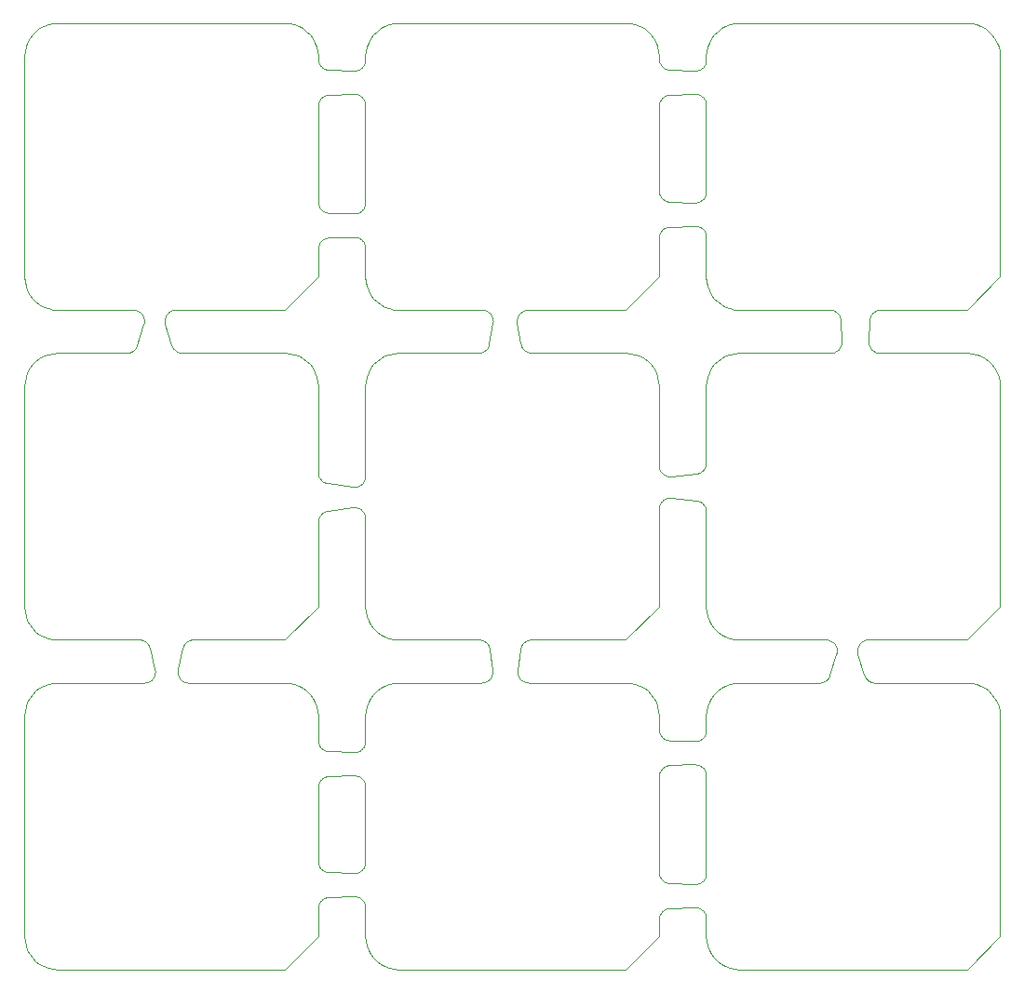
<source format=gko>
%MOIN*%
%OFA0B0*%
%FSLAX44Y44*%
%IPPOS*%
%LPD*%
%ADD10C,0*%
D10*
X00023972Y00015078D02*
X00023972Y00015078D01*
X00025153Y00016259D01*
X00025153Y00019764D01*
X00025154Y00019797D01*
X00025158Y00019830D01*
X00025165Y00019862D01*
X00025174Y00019894D01*
X00025187Y00019924D01*
X00025201Y00019954D01*
X00025218Y00019982D01*
X00025238Y00020009D01*
X00025259Y00020033D01*
X00025283Y00020057D01*
X00025308Y00020078D01*
X00025335Y00020096D01*
X00025363Y00020113D01*
X00025393Y00020127D01*
X00025424Y00020139D01*
X00025456Y00020147D01*
X00025488Y00020154D01*
X00025521Y00020157D01*
X00025554Y00020158D01*
X00025587Y00020156D01*
X00026488Y00020063D01*
X00026516Y00020059D01*
X00026545Y00020053D01*
X00026572Y00020045D01*
X00026599Y00020035D01*
X00026626Y00020023D01*
X00026651Y00020008D01*
X00026675Y00019993D01*
X00026698Y00019975D01*
X00026720Y00019956D01*
X00026740Y00019935D01*
X00026758Y00019913D01*
X00026775Y00019890D01*
X00026790Y00019865D01*
X00026804Y00019839D01*
X00026815Y00019813D01*
X00026824Y00019785D01*
X00026832Y00019757D01*
X00026837Y00019729D01*
X00026840Y00019700D01*
X00026841Y00019671D01*
X00026841Y00016259D01*
X00026853Y00016091D01*
X00026889Y00015926D01*
X00026948Y00015768D01*
X00027029Y00015620D01*
X00027130Y00015485D01*
X00027249Y00015366D01*
X00027384Y00015265D01*
X00027532Y00015185D01*
X00027690Y00015126D01*
X00027854Y00015090D01*
X00028022Y00015078D01*
X00031130Y00015078D01*
X00031167Y00015076D01*
X00031204Y00015071D01*
X00031240Y00015062D01*
X00031275Y00015051D01*
X00031308Y00015035D01*
X00031340Y00015017D01*
X00031370Y00014996D01*
X00031399Y00014972D01*
X00031424Y00014946D01*
X00031448Y00014917D01*
X00031468Y00014887D01*
X00031486Y00014854D01*
X00031500Y00014820D01*
X00031511Y00014785D01*
X00031519Y00014749D01*
X00031523Y00014713D01*
X00031524Y00014676D01*
X00031522Y00014639D01*
X00031516Y00014603D01*
X00031506Y00014567D01*
X00031271Y00013812D01*
X00031263Y00013788D01*
X00031253Y00013765D01*
X00031242Y00013743D01*
X00031229Y00013721D01*
X00031215Y00013700D01*
X00031200Y00013681D01*
X00031184Y00013662D01*
X00031166Y00013644D01*
X00031148Y00013627D01*
X00031128Y00013612D01*
X00031108Y00013598D01*
X00031086Y00013585D01*
X00031064Y00013573D01*
X00031041Y00013563D01*
X00031018Y00013555D01*
X00030994Y00013548D01*
X00030969Y00013542D01*
X00030945Y00013538D01*
X00030920Y00013536D01*
X00030895Y00013535D01*
X00028022Y00013535D01*
X00027854Y00013523D01*
X00027690Y00013487D01*
X00027532Y00013429D01*
X00027384Y00013348D01*
X00027249Y00013247D01*
X00027130Y00013128D01*
X00027029Y00012993D01*
X00026948Y00012845D01*
X00026889Y00012687D01*
X00026853Y00012522D01*
X00026841Y00012354D01*
X00026841Y00011835D01*
X00026840Y00011804D01*
X00026836Y00011773D01*
X00026830Y00011742D01*
X00026821Y00011711D01*
X00026810Y00011682D01*
X00026797Y00011653D01*
X00026781Y00011626D01*
X00026763Y00011600D01*
X00026743Y00011576D01*
X00026722Y00011553D01*
X00026698Y00011532D01*
X00026673Y00011513D01*
X00026647Y00011496D01*
X00026619Y00011481D01*
X00026590Y00011468D01*
X00026560Y00011458D01*
X00026530Y00011450D01*
X00026499Y00011445D01*
X00026467Y00011442D01*
X00026436Y00011442D01*
X00025535Y00011469D01*
X00025504Y00011471D01*
X00025474Y00011475D01*
X00025445Y00011482D01*
X00025416Y00011491D01*
X00025388Y00011502D01*
X00025360Y00011515D01*
X00025334Y00011531D01*
X00025309Y00011548D01*
X00025286Y00011567D01*
X00025264Y00011588D01*
X00025244Y00011611D01*
X00025225Y00011635D01*
X00025209Y00011660D01*
X00025194Y00011687D01*
X00025182Y00011714D01*
X00025171Y00011743D01*
X00025163Y00011772D01*
X00025157Y00011802D01*
X00025154Y00011832D01*
X00025153Y00011862D01*
X00025153Y00012354D01*
X00025141Y00012522D01*
X00025105Y00012687D01*
X00025046Y00012845D01*
X00024965Y00012993D01*
X00024864Y00013128D01*
X00024745Y00013247D01*
X00024610Y00013348D01*
X00024462Y00013429D01*
X00024304Y00013487D01*
X00024140Y00013523D01*
X00023972Y00013535D01*
X00020481Y00013535D01*
X00020448Y00013537D01*
X00020414Y00013541D01*
X00020382Y00013548D01*
X00020350Y00013558D01*
X00020319Y00013570D01*
X00020289Y00013586D01*
X00020260Y00013603D01*
X00020233Y00013623D01*
X00020208Y00013645D01*
X00020185Y00013669D01*
X00020164Y00013696D01*
X00020145Y00013723D01*
X00020129Y00013753D01*
X00020115Y00013783D01*
X00020104Y00013815D01*
X00020096Y00013847D01*
X00020090Y00013880D01*
X00020088Y00013914D01*
X00020088Y00013947D01*
X00020091Y00013980D01*
X00020190Y00014735D01*
X00020195Y00014763D01*
X00020201Y00014791D01*
X00020210Y00014818D01*
X00020221Y00014844D01*
X00020233Y00014870D01*
X00020247Y00014894D01*
X00020263Y00014918D01*
X00020281Y00014940D01*
X00020300Y00014961D01*
X00020321Y00014980D01*
X00020343Y00014998D01*
X00020366Y00015014D01*
X00020390Y00015029D01*
X00020416Y00015042D01*
X00020442Y00015053D01*
X00020469Y00015062D01*
X00020496Y00015069D01*
X00020524Y00015074D01*
X00020552Y00015077D01*
X00020580Y00015078D01*
X00023972Y00015078D01*
X00011767Y00015078D02*
X00011767Y00015078D01*
X00012948Y00016259D01*
X00012948Y00019298D01*
X00012949Y00019326D01*
X00012952Y00019354D01*
X00012957Y00019382D01*
X00012964Y00019409D01*
X00012973Y00019436D01*
X00012984Y00019462D01*
X00012997Y00019487D01*
X00013011Y00019512D01*
X00013027Y00019535D01*
X00013045Y00019557D01*
X00013064Y00019577D01*
X00013085Y00019597D01*
X00013107Y00019614D01*
X00013131Y00019630D01*
X00013155Y00019644D01*
X00013180Y00019657D01*
X00013207Y00019668D01*
X00013233Y00019676D01*
X00013261Y00019683D01*
X00013289Y00019688D01*
X00014190Y00019810D01*
X00014223Y00019813D01*
X00014257Y00019814D01*
X00014290Y00019811D01*
X00014323Y00019806D01*
X00014356Y00019797D01*
X00014388Y00019786D01*
X00014418Y00019773D01*
X00014448Y00019756D01*
X00014476Y00019738D01*
X00014502Y00019717D01*
X00014526Y00019694D01*
X00014548Y00019668D01*
X00014568Y00019642D01*
X00014586Y00019613D01*
X00014601Y00019583D01*
X00014614Y00019552D01*
X00014624Y00019520D01*
X00014631Y00019487D01*
X00014635Y00019454D01*
X00014637Y00019420D01*
X00014637Y00016259D01*
X00014649Y00016091D01*
X00014684Y00015926D01*
X00014743Y00015768D01*
X00014824Y00015620D01*
X00014925Y00015485D01*
X00015044Y00015366D01*
X00015179Y00015265D01*
X00015327Y00015185D01*
X00015485Y00015126D01*
X00015650Y00015090D01*
X00015818Y00015078D01*
X00018699Y00015078D01*
X00018727Y00015077D01*
X00018755Y00015074D01*
X00018783Y00015069D01*
X00018810Y00015062D01*
X00018837Y00015053D01*
X00018863Y00015042D01*
X00018889Y00015029D01*
X00018913Y00015014D01*
X00018936Y00014998D01*
X00018958Y00014980D01*
X00018979Y00014961D01*
X00018998Y00014940D01*
X00019016Y00014918D01*
X00019032Y00014894D01*
X00019046Y00014870D01*
X00019058Y00014844D01*
X00019069Y00014818D01*
X00019077Y00014791D01*
X00019084Y00014763D01*
X00019089Y00014735D01*
X00019188Y00013980D01*
X00019191Y00013947D01*
X00019191Y00013914D01*
X00019188Y00013880D01*
X00019183Y00013847D01*
X00019175Y00013815D01*
X00019163Y00013783D01*
X00019150Y00013753D01*
X00019133Y00013723D01*
X00019115Y00013696D01*
X00019094Y00013669D01*
X00019071Y00013645D01*
X00019046Y00013623D01*
X00019019Y00013603D01*
X00018990Y00013586D01*
X00018960Y00013570D01*
X00018929Y00013558D01*
X00018897Y00013548D01*
X00018864Y00013541D01*
X00018831Y00013537D01*
X00018798Y00013535D01*
X00015818Y00013535D01*
X00015650Y00013523D01*
X00015485Y00013487D01*
X00015327Y00013429D01*
X00015179Y00013348D01*
X00015044Y00013247D01*
X00014925Y00013128D01*
X00014824Y00012993D01*
X00014743Y00012845D01*
X00014684Y00012687D01*
X00014649Y00012522D01*
X00014637Y00012354D01*
X00014637Y00011442D01*
X00014635Y00011410D01*
X00014631Y00011379D01*
X00014625Y00011348D01*
X00014617Y00011318D01*
X00014605Y00011288D01*
X00014592Y00011260D01*
X00014576Y00011232D01*
X00014559Y00011206D01*
X00014539Y00011182D01*
X00014517Y00011159D01*
X00014494Y00011138D01*
X00014468Y00011119D01*
X00014442Y00011102D01*
X00014414Y00011087D01*
X00014385Y00011075D01*
X00014355Y00011064D01*
X00014325Y00011057D01*
X00014294Y00011051D01*
X00014263Y00011048D01*
X00014231Y00011048D01*
X00013330Y00011075D01*
X00013300Y00011077D01*
X00013270Y00011082D01*
X00013240Y00011088D01*
X00013211Y00011097D01*
X00013183Y00011108D01*
X00013156Y00011122D01*
X00013129Y00011137D01*
X00013105Y00011154D01*
X00013081Y00011174D01*
X00013059Y00011194D01*
X00013039Y00011217D01*
X00013020Y00011241D01*
X00013004Y00011266D01*
X00012989Y00011293D01*
X00012977Y00011321D01*
X00012966Y00011349D01*
X00012958Y00011378D01*
X00012953Y00011408D01*
X00012949Y00011438D01*
X00012948Y00011469D01*
X00012948Y00012354D01*
X00012936Y00012522D01*
X00012900Y00012687D01*
X00012841Y00012845D01*
X00012760Y00012993D01*
X00012659Y00013128D01*
X00012540Y00013247D01*
X00012405Y00013348D01*
X00012257Y00013429D01*
X00012100Y00013487D01*
X00011935Y00013523D01*
X00011767Y00013535D01*
X00008305Y00013535D01*
X00008270Y00013537D01*
X00008234Y00013542D01*
X00008200Y00013550D01*
X00008166Y00013561D01*
X00008134Y00013575D01*
X00008102Y00013592D01*
X00008073Y00013611D01*
X00008045Y00013633D01*
X00008020Y00013658D01*
X00007996Y00013685D01*
X00007976Y00013714D01*
X00007957Y00013744D01*
X00007942Y00013776D01*
X00007930Y00013809D01*
X00007921Y00013844D01*
X00007915Y00013879D01*
X00007912Y00013914D01*
X00007912Y00013950D01*
X00007915Y00013985D01*
X00007922Y00014020D01*
X00008101Y00014775D01*
X00008108Y00014800D01*
X00008116Y00014825D01*
X00008126Y00014849D01*
X00008138Y00014873D01*
X00008152Y00014896D01*
X00008167Y00014917D01*
X00008183Y00014938D01*
X00008201Y00014958D01*
X00008219Y00014976D01*
X00008240Y00014993D01*
X00008261Y00015009D01*
X00008283Y00015023D01*
X00008306Y00015035D01*
X00008330Y00015047D01*
X00008355Y00015056D01*
X00008380Y00015064D01*
X00008405Y00015070D01*
X00008431Y00015074D01*
X00008457Y00015077D01*
X00008484Y00015078D01*
X00011767Y00015078D01*
X00023972Y00026889D02*
X00023972Y00026889D01*
X00025153Y00028070D01*
X00025153Y00029475D01*
X00025154Y00029506D01*
X00025157Y00029536D01*
X00025163Y00029565D01*
X00025171Y00029595D01*
X00025182Y00029623D01*
X00025194Y00029651D01*
X00025209Y00029677D01*
X00025225Y00029703D01*
X00025244Y00029727D01*
X00025264Y00029749D01*
X00025286Y00029770D01*
X00025309Y00029790D01*
X00025334Y00029807D01*
X00025360Y00029822D01*
X00025388Y00029836D01*
X00025416Y00029847D01*
X00025445Y00029856D01*
X00025474Y00029862D01*
X00025504Y00029867D01*
X00025535Y00029869D01*
X00026436Y00029896D01*
X00026467Y00029895D01*
X00026499Y00029893D01*
X00026530Y00029887D01*
X00026560Y00029879D01*
X00026590Y00029869D01*
X00026619Y00029857D01*
X00026647Y00029842D01*
X00026673Y00029825D01*
X00026698Y00029806D01*
X00026722Y00029785D01*
X00026743Y00029762D01*
X00026763Y00029737D01*
X00026781Y00029711D01*
X00026797Y00029684D01*
X00026810Y00029656D01*
X00026821Y00029626D01*
X00026830Y00029596D01*
X00026836Y00029565D01*
X00026840Y00029534D01*
X00026841Y00029502D01*
X00026841Y00028070D01*
X00026853Y00027902D01*
X00026889Y00027737D01*
X00026948Y00027579D01*
X00027029Y00027431D01*
X00027130Y00027297D01*
X00027249Y00027177D01*
X00027384Y00027076D01*
X00027532Y00026996D01*
X00027690Y00026937D01*
X00027854Y00026901D01*
X00028022Y00026889D01*
X00031267Y00026889D01*
X00031298Y00026888D01*
X00031328Y00026884D01*
X00031357Y00026878D01*
X00031387Y00026870D01*
X00031415Y00026860D01*
X00031443Y00026848D01*
X00031469Y00026833D01*
X00031494Y00026817D01*
X00031518Y00026798D01*
X00031541Y00026778D01*
X00031562Y00026756D01*
X00031581Y00026733D01*
X00031598Y00026708D01*
X00031614Y00026682D01*
X00031627Y00026655D01*
X00031638Y00026627D01*
X00031647Y00026598D01*
X00031654Y00026569D01*
X00031659Y00026539D01*
X00031661Y00026508D01*
X00031686Y00025753D01*
X00031686Y00025722D01*
X00031683Y00025690D01*
X00031678Y00025659D01*
X00031670Y00025629D01*
X00031660Y00025599D01*
X00031648Y00025570D01*
X00031633Y00025542D01*
X00031616Y00025515D01*
X00031597Y00025490D01*
X00031576Y00025466D01*
X00031553Y00025445D01*
X00031529Y00025425D01*
X00031503Y00025407D01*
X00031475Y00025391D01*
X00031447Y00025378D01*
X00031417Y00025366D01*
X00031387Y00025358D01*
X00031356Y00025351D01*
X00031324Y00025348D01*
X00031293Y00025346D01*
X00028022Y00025346D01*
X00027854Y00025334D01*
X00027690Y00025299D01*
X00027532Y00025240D01*
X00027384Y00025159D01*
X00027249Y00025058D01*
X00027130Y00024939D01*
X00027029Y00024804D01*
X00026948Y00024656D01*
X00026889Y00024498D01*
X00026853Y00024333D01*
X00026841Y00024165D01*
X00026841Y00021411D01*
X00026840Y00021382D01*
X00026837Y00021353D01*
X00026832Y00021325D01*
X00026824Y00021297D01*
X00026815Y00021270D01*
X00026804Y00021243D01*
X00026790Y00021218D01*
X00026775Y00021193D01*
X00026758Y00021169D01*
X00026740Y00021147D01*
X00026720Y00021127D01*
X00026698Y00021107D01*
X00026675Y00021090D01*
X00026651Y00021074D01*
X00026626Y00021060D01*
X00026599Y00021048D01*
X00026572Y00021038D01*
X00026545Y00021030D01*
X00026516Y00021023D01*
X00026488Y00021019D01*
X00025587Y00020927D01*
X00025554Y00020925D01*
X00025521Y00020925D01*
X00025488Y00020929D01*
X00025456Y00020935D01*
X00025424Y00020944D01*
X00025393Y00020956D01*
X00025363Y00020970D01*
X00025335Y00020986D01*
X00025308Y00021005D01*
X00025283Y00021026D01*
X00025259Y00021049D01*
X00025238Y00021074D01*
X00025218Y00021101D01*
X00025201Y00021129D01*
X00025187Y00021158D01*
X00025174Y00021189D01*
X00025165Y00021220D01*
X00025158Y00021253D01*
X00025154Y00021285D01*
X00025153Y00021318D01*
X00025153Y00024165D01*
X00025141Y00024333D01*
X00025105Y00024498D01*
X00025046Y00024656D01*
X00024965Y00024804D01*
X00024864Y00024939D01*
X00024745Y00025058D01*
X00024610Y00025159D01*
X00024462Y00025240D01*
X00024304Y00025299D01*
X00024140Y00025334D01*
X00023972Y00025346D01*
X00020594Y00025346D01*
X00020566Y00025347D01*
X00020539Y00025350D01*
X00020512Y00025355D01*
X00020485Y00025362D01*
X00020459Y00025370D01*
X00020433Y00025381D01*
X00020409Y00025393D01*
X00020385Y00025406D01*
X00020362Y00025422D01*
X00020340Y00025439D01*
X00020320Y00025457D01*
X00020301Y00025477D01*
X00020283Y00025498D01*
X00020267Y00025521D01*
X00020252Y00025544D01*
X00020240Y00025568D01*
X00020228Y00025593D01*
X00020219Y00025619D01*
X00020212Y00025646D01*
X00020206Y00025673D01*
X00020075Y00026428D01*
X00020071Y00026462D01*
X00020069Y00026496D01*
X00020071Y00026530D01*
X00020075Y00026564D01*
X00020083Y00026598D01*
X00020093Y00026631D01*
X00020106Y00026662D01*
X00020122Y00026693D01*
X00020141Y00026722D01*
X00020162Y00026749D01*
X00020185Y00026774D01*
X00020210Y00026797D01*
X00020237Y00026818D01*
X00020266Y00026836D01*
X00020297Y00026852D01*
X00020329Y00026865D01*
X00020361Y00026876D01*
X00020395Y00026883D01*
X00020429Y00026887D01*
X00020463Y00026889D01*
X00023972Y00026889D01*
X00025153Y00010184D02*
X00025153Y00010184D01*
X00025154Y00010214D01*
X00025157Y00010244D01*
X00025163Y00010274D01*
X00025171Y00010303D01*
X00025182Y00010332D01*
X00025194Y00010359D01*
X00025209Y00010386D01*
X00025225Y00010411D01*
X00025244Y00010436D01*
X00025264Y00010458D01*
X00025286Y00010479D01*
X00025309Y00010498D01*
X00025334Y00010516D01*
X00025360Y00010531D01*
X00025388Y00010544D01*
X00025416Y00010555D01*
X00025445Y00010564D01*
X00025474Y00010571D01*
X00025504Y00010575D01*
X00025535Y00010577D01*
X00026436Y00010604D01*
X00026467Y00010604D01*
X00026499Y00010601D01*
X00026530Y00010596D01*
X00026560Y00010588D01*
X00026590Y00010578D01*
X00026619Y00010565D01*
X00026647Y00010551D01*
X00026673Y00010533D01*
X00026698Y00010514D01*
X00026722Y00010493D01*
X00026743Y00010471D01*
X00026763Y00010446D01*
X00026781Y00010420D01*
X00026797Y00010393D01*
X00026810Y00010364D01*
X00026821Y00010335D01*
X00026830Y00010305D01*
X00026836Y00010274D01*
X00026840Y00010242D01*
X00026841Y00010211D01*
X00026841Y00006717D01*
X00026840Y00006686D01*
X00026836Y00006655D01*
X00026830Y00006624D01*
X00026821Y00006593D01*
X00026810Y00006564D01*
X00026797Y00006535D01*
X00026781Y00006508D01*
X00026763Y00006482D01*
X00026743Y00006458D01*
X00026722Y00006435D01*
X00026698Y00006414D01*
X00026673Y00006395D01*
X00026647Y00006378D01*
X00026619Y00006363D01*
X00026590Y00006350D01*
X00026560Y00006340D01*
X00026530Y00006332D01*
X00026499Y00006327D01*
X00026467Y00006324D01*
X00026436Y00006324D01*
X00025535Y00006351D01*
X00025504Y00006353D01*
X00025474Y00006357D01*
X00025445Y00006364D01*
X00025416Y00006373D01*
X00025388Y00006384D01*
X00025360Y00006397D01*
X00025334Y00006413D01*
X00025309Y00006430D01*
X00025286Y00006449D01*
X00025264Y00006470D01*
X00025244Y00006493D01*
X00025225Y00006517D01*
X00025209Y00006542D01*
X00025194Y00006569D01*
X00025182Y00006596D01*
X00025171Y00006625D01*
X00025163Y00006654D01*
X00025157Y00006684D01*
X00025154Y00006714D01*
X00025153Y00006744D01*
X00025153Y00010184D01*
X00012948Y00005460D02*
X00012948Y00005460D01*
X00012949Y00005490D01*
X00012953Y00005520D01*
X00012958Y00005550D01*
X00012966Y00005579D01*
X00012977Y00005607D01*
X00012989Y00005635D01*
X00013004Y00005662D01*
X00013020Y00005687D01*
X00013039Y00005711D01*
X00013059Y00005734D01*
X00013081Y00005755D01*
X00013105Y00005774D01*
X00013129Y00005791D01*
X00013156Y00005806D01*
X00013183Y00005820D01*
X00013211Y00005831D01*
X00013240Y00005840D01*
X00013270Y00005847D01*
X00013300Y00005851D01*
X00013330Y00005853D01*
X00014231Y00005880D01*
X00014263Y00005880D01*
X00014294Y00005877D01*
X00014325Y00005872D01*
X00014355Y00005864D01*
X00014385Y00005853D01*
X00014414Y00005841D01*
X00014442Y00005826D01*
X00014468Y00005809D01*
X00014494Y00005790D01*
X00014517Y00005769D01*
X00014539Y00005746D01*
X00014559Y00005722D01*
X00014576Y00005696D01*
X00014592Y00005668D01*
X00014605Y00005640D01*
X00014617Y00005610D01*
X00014625Y00005580D01*
X00014631Y00005549D01*
X00014635Y00005518D01*
X00014637Y00005486D01*
X00014637Y00004448D01*
X00014649Y00004280D01*
X00014684Y00004115D01*
X00014743Y00003957D01*
X00014824Y00003809D01*
X00014925Y00003674D01*
X00015044Y00003555D01*
X00015179Y00003454D01*
X00015327Y00003374D01*
X00015485Y00003315D01*
X00015650Y00003279D01*
X00015818Y00003267D01*
X00023972Y00003267D01*
X00025153Y00004448D01*
X00025153Y00005066D01*
X00025154Y00005096D01*
X00025157Y00005126D01*
X00025163Y00005156D01*
X00025171Y00005185D01*
X00025182Y00005214D01*
X00025194Y00005241D01*
X00025209Y00005268D01*
X00025225Y00005293D01*
X00025244Y00005317D01*
X00025264Y00005340D01*
X00025286Y00005361D01*
X00025309Y00005380D01*
X00025334Y00005397D01*
X00025360Y00005413D01*
X00025388Y00005426D01*
X00025416Y00005437D01*
X00025445Y00005446D01*
X00025474Y00005453D01*
X00025504Y00005457D01*
X00025535Y00005459D01*
X00026436Y00005486D01*
X00026467Y00005486D01*
X00026499Y00005483D01*
X00026530Y00005478D01*
X00026560Y00005470D01*
X00026590Y00005460D01*
X00026619Y00005447D01*
X00026647Y00005432D01*
X00026673Y00005415D01*
X00026698Y00005396D01*
X00026722Y00005375D01*
X00026743Y00005352D01*
X00026763Y00005328D01*
X00026781Y00005302D01*
X00026797Y00005275D01*
X00026810Y00005246D01*
X00026821Y00005217D01*
X00026830Y00005186D01*
X00026836Y00005156D01*
X00026840Y00005124D01*
X00026841Y00005093D01*
X00026841Y00004448D01*
X00026853Y00004280D01*
X00026889Y00004115D01*
X00026948Y00003957D01*
X00027029Y00003809D01*
X00027130Y00003674D01*
X00027249Y00003555D01*
X00027384Y00003454D01*
X00027532Y00003374D01*
X00027690Y00003315D01*
X00027854Y00003279D01*
X00028022Y00003267D01*
X00036176Y00003267D01*
X00037357Y00004448D01*
X00037357Y00012354D01*
X00037345Y00012522D01*
X00037310Y00012687D01*
X00037251Y00012845D01*
X00037170Y00012993D01*
X00037069Y00013128D01*
X00036950Y00013247D01*
X00036815Y00013348D01*
X00036667Y00013429D01*
X00036509Y00013487D01*
X00036344Y00013523D01*
X00036176Y00013535D01*
X00032884Y00013535D01*
X00032859Y00013536D01*
X00032834Y00013538D01*
X00032809Y00013542D01*
X00032785Y00013548D01*
X00032761Y00013555D01*
X00032737Y00013563D01*
X00032715Y00013573D01*
X00032692Y00013585D01*
X00032671Y00013598D01*
X00032650Y00013612D01*
X00032631Y00013627D01*
X00032612Y00013644D01*
X00032595Y00013662D01*
X00032578Y00013681D01*
X00032563Y00013700D01*
X00032549Y00013721D01*
X00032537Y00013743D01*
X00032526Y00013765D01*
X00032516Y00013788D01*
X00032508Y00013812D01*
X00032272Y00014567D01*
X00032263Y00014603D01*
X00032257Y00014639D01*
X00032254Y00014676D01*
X00032255Y00014713D01*
X00032260Y00014749D01*
X00032268Y00014785D01*
X00032279Y00014820D01*
X00032293Y00014854D01*
X00032310Y00014887D01*
X00032331Y00014917D01*
X00032354Y00014946D01*
X00032380Y00014972D01*
X00032408Y00014996D01*
X00032438Y00015017D01*
X00032470Y00015035D01*
X00032504Y00015051D01*
X00032539Y00015062D01*
X00032575Y00015071D01*
X00032611Y00015076D01*
X00032648Y00015078D01*
X00036176Y00015078D01*
X00037357Y00016259D01*
X00037357Y00024165D01*
X00037345Y00024333D01*
X00037310Y00024498D01*
X00037251Y00024656D01*
X00037170Y00024804D01*
X00037069Y00024939D01*
X00036950Y00025058D01*
X00036815Y00025159D01*
X00036667Y00025240D01*
X00036509Y00025299D01*
X00036344Y00025334D01*
X00036176Y00025346D01*
X00033056Y00025346D01*
X00033024Y00025348D01*
X00032993Y00025351D01*
X00032962Y00025358D01*
X00032932Y00025366D01*
X00032902Y00025378D01*
X00032874Y00025391D01*
X00032846Y00025407D01*
X00032820Y00025425D01*
X00032796Y00025445D01*
X00032773Y00025466D01*
X00032752Y00025490D01*
X00032733Y00025515D01*
X00032716Y00025542D01*
X00032701Y00025570D01*
X00032689Y00025599D01*
X00032678Y00025629D01*
X00032671Y00025659D01*
X00032665Y00025690D01*
X00032663Y00025722D01*
X00032663Y00025753D01*
X00032688Y00026508D01*
X00032690Y00026539D01*
X00032695Y00026569D01*
X00032701Y00026598D01*
X00032710Y00026627D01*
X00032722Y00026655D01*
X00032735Y00026682D01*
X00032750Y00026708D01*
X00032768Y00026733D01*
X00032787Y00026756D01*
X00032808Y00026778D01*
X00032830Y00026798D01*
X00032854Y00026817D01*
X00032880Y00026833D01*
X00032906Y00026848D01*
X00032934Y00026860D01*
X00032962Y00026870D01*
X00032991Y00026878D01*
X00033021Y00026884D01*
X00033051Y00026888D01*
X00033081Y00026889D01*
X00036176Y00026889D01*
X00037357Y00028070D01*
X00037357Y00035976D01*
X00037345Y00036144D01*
X00037310Y00036309D01*
X00037251Y00036467D01*
X00037170Y00036615D01*
X00037069Y00036750D01*
X00036950Y00036869D01*
X00036815Y00036970D01*
X00036667Y00037051D01*
X00036509Y00037110D01*
X00036344Y00037145D01*
X00036176Y00037157D01*
X00028022Y00037157D01*
X00027854Y00037145D01*
X00027690Y00037110D01*
X00027532Y00037051D01*
X00027384Y00036970D01*
X00027249Y00036869D01*
X00027130Y00036750D01*
X00027029Y00036615D01*
X00026948Y00036467D01*
X00026889Y00036309D01*
X00026853Y00036144D01*
X00026841Y00035976D01*
X00026841Y00035851D01*
X00026840Y00035820D01*
X00026836Y00035788D01*
X00026830Y00035757D01*
X00026821Y00035727D01*
X00026810Y00035698D01*
X00026797Y00035669D01*
X00026781Y00035642D01*
X00026763Y00035616D01*
X00026743Y00035591D01*
X00026722Y00035569D01*
X00026698Y00035548D01*
X00026673Y00035528D01*
X00026647Y00035511D01*
X00026619Y00035497D01*
X00026590Y00035484D01*
X00026560Y00035474D01*
X00026530Y00035466D01*
X00026499Y00035461D01*
X00026467Y00035458D01*
X00026436Y00035458D01*
X00025535Y00035485D01*
X00025504Y00035487D01*
X00025474Y00035491D01*
X00025445Y00035498D01*
X00025416Y00035507D01*
X00025388Y00035518D01*
X00025360Y00035531D01*
X00025334Y00035546D01*
X00025309Y00035564D01*
X00025286Y00035583D01*
X00025264Y00035604D01*
X00025244Y00035626D01*
X00025225Y00035650D01*
X00025209Y00035676D01*
X00025194Y00035703D01*
X00025182Y00035730D01*
X00025171Y00035759D01*
X00025163Y00035788D01*
X00025157Y00035818D01*
X00025154Y00035848D01*
X00025153Y00035878D01*
X00025153Y00035976D01*
X00025141Y00036144D01*
X00025105Y00036309D01*
X00025046Y00036467D01*
X00024965Y00036615D01*
X00024864Y00036750D01*
X00024745Y00036869D01*
X00024610Y00036970D01*
X00024462Y00037051D01*
X00024304Y00037110D01*
X00024140Y00037145D01*
X00023972Y00037157D01*
X00015818Y00037157D01*
X00015650Y00037145D01*
X00015485Y00037110D01*
X00015327Y00037051D01*
X00015179Y00036970D01*
X00015044Y00036869D01*
X00014925Y00036750D01*
X00014824Y00036615D01*
X00014743Y00036467D01*
X00014684Y00036309D01*
X00014649Y00036144D01*
X00014637Y00035976D01*
X00014637Y00035851D01*
X00014635Y00035820D01*
X00014631Y00035788D01*
X00014625Y00035757D01*
X00014617Y00035727D01*
X00014605Y00035698D01*
X00014592Y00035669D01*
X00014576Y00035642D01*
X00014559Y00035616D01*
X00014539Y00035591D01*
X00014517Y00035569D01*
X00014494Y00035548D01*
X00014468Y00035528D01*
X00014442Y00035511D01*
X00014414Y00035497D01*
X00014385Y00035484D01*
X00014355Y00035474D01*
X00014325Y00035466D01*
X00014294Y00035461D01*
X00014263Y00035458D01*
X00014231Y00035458D01*
X00013330Y00035485D01*
X00013300Y00035487D01*
X00013270Y00035491D01*
X00013240Y00035498D01*
X00013211Y00035507D01*
X00013183Y00035518D01*
X00013156Y00035531D01*
X00013129Y00035546D01*
X00013105Y00035564D01*
X00013081Y00035583D01*
X00013059Y00035604D01*
X00013039Y00035626D01*
X00013020Y00035650D01*
X00013004Y00035676D01*
X00012989Y00035703D01*
X00012977Y00035730D01*
X00012966Y00035759D01*
X00012958Y00035788D01*
X00012953Y00035818D01*
X00012949Y00035848D01*
X00012948Y00035878D01*
X00012948Y00035976D01*
X00012936Y00036144D01*
X00012900Y00036309D01*
X00012841Y00036467D01*
X00012760Y00036615D01*
X00012659Y00036750D01*
X00012540Y00036869D01*
X00012405Y00036970D01*
X00012257Y00037051D01*
X00012100Y00037110D01*
X00011935Y00037145D01*
X00011767Y00037157D01*
X00003613Y00037157D01*
X00003445Y00037145D01*
X00003280Y00037110D01*
X00003122Y00037051D01*
X00002974Y00036970D01*
X00002839Y00036869D01*
X00002720Y00036750D01*
X00002619Y00036615D01*
X00002539Y00036467D01*
X00002480Y00036309D01*
X00002444Y00036144D01*
X00002432Y00035976D01*
X00002432Y00028070D01*
X00002444Y00027902D01*
X00002480Y00027737D01*
X00002539Y00027579D01*
X00002619Y00027431D01*
X00002720Y00027297D01*
X00002839Y00027177D01*
X00002974Y00027076D01*
X00003122Y00026996D01*
X00003280Y00026937D01*
X00003445Y00026901D01*
X00003613Y00026889D01*
X00006327Y00026889D01*
X00006364Y00026887D01*
X00006401Y00026882D01*
X00006436Y00026873D01*
X00006471Y00026862D01*
X00006505Y00026846D01*
X00006537Y00026828D01*
X00006567Y00026807D01*
X00006595Y00026783D01*
X00006621Y00026757D01*
X00006644Y00026728D01*
X00006665Y00026698D01*
X00006682Y00026665D01*
X00006697Y00026631D01*
X00006708Y00026596D01*
X00006716Y00026560D01*
X00006720Y00026524D01*
X00006721Y00026487D01*
X00006718Y00026450D01*
X00006712Y00026414D01*
X00006703Y00026378D01*
X00006468Y00025623D01*
X00006459Y00025599D01*
X00006450Y00025576D01*
X00006439Y00025554D01*
X00006426Y00025532D01*
X00006412Y00025511D01*
X00006397Y00025492D01*
X00006381Y00025473D01*
X00006363Y00025455D01*
X00006345Y00025438D01*
X00006325Y00025423D01*
X00006304Y00025409D01*
X00006283Y00025396D01*
X00006261Y00025385D01*
X00006238Y00025375D01*
X00006215Y00025366D01*
X00006191Y00025359D01*
X00006166Y00025353D01*
X00006142Y00025350D01*
X00006117Y00025347D01*
X00006092Y00025346D01*
X00003613Y00025346D01*
X00003445Y00025334D01*
X00003280Y00025299D01*
X00003122Y00025240D01*
X00002974Y00025159D01*
X00002839Y00025058D01*
X00002720Y00024939D01*
X00002619Y00024804D01*
X00002539Y00024656D01*
X00002480Y00024498D01*
X00002444Y00024333D01*
X00002432Y00024165D01*
X00002432Y00016259D01*
X00002444Y00016091D01*
X00002480Y00015926D01*
X00002539Y00015768D01*
X00002619Y00015620D01*
X00002720Y00015485D01*
X00002839Y00015366D01*
X00002974Y00015265D01*
X00003122Y00015185D01*
X00003280Y00015126D01*
X00003445Y00015090D01*
X00003613Y00015078D01*
X00006537Y00015078D01*
X00006563Y00015077D01*
X00006589Y00015074D01*
X00006615Y00015070D01*
X00006641Y00015064D01*
X00006666Y00015056D01*
X00006691Y00015047D01*
X00006715Y00015035D01*
X00006738Y00015023D01*
X00006760Y00015009D01*
X00006781Y00014993D01*
X00006801Y00014976D01*
X00006820Y00014958D01*
X00006838Y00014938D01*
X00006854Y00014917D01*
X00006869Y00014896D01*
X00006882Y00014873D01*
X00006894Y00014849D01*
X00006904Y00014825D01*
X00006913Y00014800D01*
X00006920Y00014775D01*
X00007099Y00014020D01*
X00007105Y00013985D01*
X00007109Y00013950D01*
X00007109Y00013914D01*
X00007106Y00013879D01*
X00007100Y00013844D01*
X00007091Y00013809D01*
X00007078Y00013776D01*
X00007063Y00013744D01*
X00007045Y00013714D01*
X00007024Y00013685D01*
X00007001Y00013658D01*
X00006976Y00013633D01*
X00006948Y00013611D01*
X00006918Y00013592D01*
X00006887Y00013575D01*
X00006854Y00013561D01*
X00006821Y00013550D01*
X00006786Y00013542D01*
X00006751Y00013537D01*
X00006716Y00013535D01*
X00003613Y00013535D01*
X00003445Y00013523D01*
X00003280Y00013487D01*
X00003122Y00013429D01*
X00002974Y00013348D01*
X00002839Y00013247D01*
X00002720Y00013128D01*
X00002619Y00012993D01*
X00002539Y00012845D01*
X00002480Y00012687D01*
X00002444Y00012522D01*
X00002432Y00012354D01*
X00002432Y00004448D01*
X00002444Y00004280D01*
X00002480Y00004115D01*
X00002539Y00003957D01*
X00002619Y00003809D01*
X00002720Y00003674D01*
X00002839Y00003555D01*
X00002974Y00003454D01*
X00003122Y00003374D01*
X00003280Y00003315D01*
X00003445Y00003279D01*
X00003613Y00003267D01*
X00011767Y00003267D01*
X00012948Y00004448D01*
X00012948Y00005460D01*
X00012948Y00009790D02*
X00012948Y00009790D01*
X00012949Y00009821D01*
X00012953Y00009851D01*
X00012958Y00009880D01*
X00012966Y00009910D01*
X00012977Y00009938D01*
X00012989Y00009966D01*
X00013004Y00009992D01*
X00013020Y00010018D01*
X00013039Y00010042D01*
X00013059Y00010064D01*
X00013081Y00010085D01*
X00013105Y00010105D01*
X00013129Y00010122D01*
X00013156Y00010137D01*
X00013183Y00010150D01*
X00013211Y00010162D01*
X00013240Y00010171D01*
X00013270Y00010177D01*
X00013300Y00010182D01*
X00013330Y00010184D01*
X00014231Y00010211D01*
X00014263Y00010210D01*
X00014294Y00010208D01*
X00014325Y00010202D01*
X00014355Y00010194D01*
X00014385Y00010184D01*
X00014414Y00010172D01*
X00014442Y00010157D01*
X00014468Y00010140D01*
X00014494Y00010121D01*
X00014517Y00010100D01*
X00014539Y00010077D01*
X00014559Y00010052D01*
X00014576Y00010026D01*
X00014592Y00009999D01*
X00014605Y00009971D01*
X00014617Y00009941D01*
X00014625Y00009911D01*
X00014631Y00009880D01*
X00014635Y00009849D01*
X00014637Y00009817D01*
X00014637Y00007111D01*
X00014635Y00007079D01*
X00014631Y00007048D01*
X00014625Y00007017D01*
X00014617Y00006987D01*
X00014605Y00006958D01*
X00014592Y00006929D01*
X00014576Y00006902D01*
X00014559Y00006876D01*
X00014539Y00006851D01*
X00014517Y00006828D01*
X00014494Y00006807D01*
X00014468Y00006788D01*
X00014442Y00006771D01*
X00014414Y00006756D01*
X00014385Y00006744D01*
X00014355Y00006734D01*
X00014325Y00006726D01*
X00014294Y00006721D01*
X00014263Y00006718D01*
X00014231Y00006717D01*
X00013330Y00006744D01*
X00013300Y00006746D01*
X00013270Y00006751D01*
X00013240Y00006758D01*
X00013211Y00006767D01*
X00013183Y00006778D01*
X00013156Y00006791D01*
X00013129Y00006806D01*
X00013105Y00006824D01*
X00013081Y00006843D01*
X00013059Y00006864D01*
X00013039Y00006886D01*
X00013020Y00006910D01*
X00013004Y00006936D01*
X00012989Y00006962D01*
X00012977Y00006990D01*
X00012966Y00007019D01*
X00012958Y00007048D01*
X00012953Y00007077D01*
X00012949Y00007108D01*
X00012948Y00007138D01*
X00012948Y00009790D01*
X00025153Y00034200D02*
X00025153Y00034200D01*
X00025154Y00034230D01*
X00025157Y00034260D01*
X00025163Y00034290D01*
X00025171Y00034319D01*
X00025182Y00034348D01*
X00025194Y00034375D01*
X00025209Y00034402D01*
X00025225Y00034427D01*
X00025244Y00034451D01*
X00025264Y00034474D01*
X00025286Y00034495D01*
X00025309Y00034514D01*
X00025334Y00034531D01*
X00025360Y00034547D01*
X00025388Y00034560D01*
X00025416Y00034571D01*
X00025445Y00034580D01*
X00025474Y00034587D01*
X00025504Y00034591D01*
X00025535Y00034593D01*
X00026436Y00034620D01*
X00026467Y00034620D01*
X00026499Y00034617D01*
X00026530Y00034612D01*
X00026560Y00034604D01*
X00026590Y00034594D01*
X00026619Y00034581D01*
X00026647Y00034566D01*
X00026673Y00034549D01*
X00026698Y00034530D01*
X00026722Y00034509D01*
X00026743Y00034486D01*
X00026763Y00034462D01*
X00026781Y00034436D01*
X00026797Y00034409D01*
X00026810Y00034380D01*
X00026821Y00034351D01*
X00026830Y00034320D01*
X00026836Y00034289D01*
X00026840Y00034258D01*
X00026841Y00034227D01*
X00026841Y00031127D01*
X00026840Y00031095D01*
X00026836Y00031064D01*
X00026830Y00031033D01*
X00026821Y00031003D01*
X00026810Y00030973D01*
X00026797Y00030945D01*
X00026781Y00030917D01*
X00026763Y00030891D01*
X00026743Y00030867D01*
X00026722Y00030844D01*
X00026698Y00030823D01*
X00026673Y00030804D01*
X00026647Y00030787D01*
X00026619Y00030772D01*
X00026590Y00030760D01*
X00026560Y00030749D01*
X00026530Y00030742D01*
X00026499Y00030736D01*
X00026467Y00030733D01*
X00026436Y00030733D01*
X00025535Y00030760D01*
X00025504Y00030762D01*
X00025474Y00030767D01*
X00025445Y00030773D01*
X00025416Y00030782D01*
X00025388Y00030793D01*
X00025360Y00030807D01*
X00025334Y00030822D01*
X00025309Y00030839D01*
X00025286Y00030859D01*
X00025264Y00030879D01*
X00025244Y00030902D01*
X00025225Y00030926D01*
X00025209Y00030951D01*
X00025194Y00030978D01*
X00025182Y00031006D01*
X00025171Y00031034D01*
X00025163Y00031063D01*
X00025157Y00031093D01*
X00025154Y00031123D01*
X00025153Y00031154D01*
X00025153Y00034200D01*
X00012948Y00029082D02*
X00012948Y00029082D01*
X00012949Y00029112D01*
X00012953Y00029142D01*
X00012958Y00029172D01*
X00012966Y00029201D01*
X00012977Y00029229D01*
X00012989Y00029257D01*
X00013004Y00029284D01*
X00013020Y00029309D01*
X00013039Y00029333D01*
X00013059Y00029356D01*
X00013081Y00029377D01*
X00013105Y00029396D01*
X00013129Y00029413D01*
X00013156Y00029429D01*
X00013183Y00029442D01*
X00013211Y00029453D01*
X00013240Y00029462D01*
X00013270Y00029469D01*
X00013300Y00029473D01*
X00013330Y00029475D01*
X00014231Y00029502D01*
X00014263Y00029502D01*
X00014294Y00029499D01*
X00014325Y00029494D01*
X00014355Y00029486D01*
X00014385Y00029476D01*
X00014414Y00029463D01*
X00014442Y00029448D01*
X00014468Y00029431D01*
X00014494Y00029412D01*
X00014517Y00029391D01*
X00014539Y00029368D01*
X00014559Y00029344D01*
X00014576Y00029318D01*
X00014592Y00029290D01*
X00014605Y00029262D01*
X00014617Y00029232D01*
X00014625Y00029202D01*
X00014631Y00029171D01*
X00014635Y00029140D01*
X00014637Y00029109D01*
X00014637Y00028070D01*
X00014649Y00027902D01*
X00014684Y00027737D01*
X00014743Y00027579D01*
X00014824Y00027431D01*
X00014925Y00027297D01*
X00015044Y00027177D01*
X00015179Y00027076D01*
X00015327Y00026996D01*
X00015485Y00026937D01*
X00015650Y00026901D01*
X00015818Y00026889D01*
X00018816Y00026889D01*
X00018850Y00026887D01*
X00018884Y00026883D01*
X00018918Y00026876D01*
X00018950Y00026865D01*
X00018982Y00026852D01*
X00019012Y00026836D01*
X00019041Y00026818D01*
X00019069Y00026797D01*
X00019094Y00026774D01*
X00019117Y00026749D01*
X00019138Y00026722D01*
X00019157Y00026693D01*
X00019172Y00026662D01*
X00019186Y00026631D01*
X00019196Y00026598D01*
X00019204Y00026564D01*
X00019208Y00026530D01*
X00019210Y00026496D01*
X00019208Y00026462D01*
X00019204Y00026428D01*
X00019073Y00025673D01*
X00019067Y00025646D01*
X00019060Y00025619D01*
X00019050Y00025593D01*
X00019039Y00025568D01*
X00019026Y00025544D01*
X00019012Y00025521D01*
X00018996Y00025498D01*
X00018978Y00025477D01*
X00018959Y00025457D01*
X00018939Y00025439D01*
X00018917Y00025422D01*
X00018894Y00025406D01*
X00018870Y00025393D01*
X00018846Y00025381D01*
X00018820Y00025370D01*
X00018794Y00025362D01*
X00018767Y00025355D01*
X00018740Y00025350D01*
X00018713Y00025347D01*
X00018685Y00025346D01*
X00015818Y00025346D01*
X00015650Y00025334D01*
X00015485Y00025299D01*
X00015327Y00025240D01*
X00015179Y00025159D01*
X00015044Y00025058D01*
X00014925Y00024939D01*
X00014824Y00024804D01*
X00014743Y00024656D01*
X00014684Y00024498D01*
X00014649Y00024333D01*
X00014637Y00024165D01*
X00014637Y00020941D01*
X00014635Y00020907D01*
X00014631Y00020874D01*
X00014624Y00020841D01*
X00014614Y00020809D01*
X00014601Y00020778D01*
X00014586Y00020748D01*
X00014568Y00020720D01*
X00014548Y00020693D01*
X00014526Y00020667D01*
X00014502Y00020644D01*
X00014476Y00020623D01*
X00014448Y00020605D01*
X00014418Y00020588D01*
X00014388Y00020575D01*
X00014356Y00020564D01*
X00014323Y00020556D01*
X00014290Y00020550D01*
X00014257Y00020547D01*
X00014223Y00020548D01*
X00014190Y00020551D01*
X00013289Y00020673D01*
X00013261Y00020678D01*
X00013233Y00020685D01*
X00013207Y00020693D01*
X00013180Y00020704D01*
X00013155Y00020717D01*
X00013131Y00020731D01*
X00013107Y00020747D01*
X00013085Y00020764D01*
X00013064Y00020784D01*
X00013045Y00020804D01*
X00013027Y00020826D01*
X00013011Y00020849D01*
X00012997Y00020874D01*
X00012984Y00020899D01*
X00012973Y00020925D01*
X00012964Y00020952D01*
X00012957Y00020979D01*
X00012952Y00021007D01*
X00012949Y00021035D01*
X00012948Y00021063D01*
X00012948Y00024165D01*
X00012936Y00024333D01*
X00012900Y00024498D01*
X00012841Y00024656D01*
X00012760Y00024804D01*
X00012659Y00024939D01*
X00012540Y00025058D01*
X00012405Y00025159D01*
X00012257Y00025240D01*
X00012100Y00025299D01*
X00011935Y00025334D01*
X00011767Y00025346D01*
X00008080Y00025346D01*
X00008056Y00025347D01*
X00008031Y00025350D01*
X00008006Y00025353D01*
X00007982Y00025359D01*
X00007958Y00025366D01*
X00007934Y00025375D01*
X00007911Y00025385D01*
X00007889Y00025396D01*
X00007868Y00025409D01*
X00007847Y00025423D01*
X00007828Y00025438D01*
X00007809Y00025455D01*
X00007791Y00025473D01*
X00007775Y00025492D01*
X00007760Y00025511D01*
X00007746Y00025532D01*
X00007734Y00025554D01*
X00007722Y00025576D01*
X00007713Y00025599D01*
X00007705Y00025623D01*
X00007469Y00026378D01*
X00007460Y00026414D01*
X00007454Y00026450D01*
X00007451Y00026487D01*
X00007452Y00026524D01*
X00007457Y00026560D01*
X00007464Y00026596D01*
X00007476Y00026631D01*
X00007490Y00026665D01*
X00007507Y00026698D01*
X00007528Y00026728D01*
X00007551Y00026757D01*
X00007577Y00026783D01*
X00007605Y00026807D01*
X00007635Y00026828D01*
X00007667Y00026846D01*
X00007701Y00026862D01*
X00007736Y00026873D01*
X00007772Y00026882D01*
X00007808Y00026887D01*
X00007845Y00026889D01*
X00011767Y00026889D01*
X00012948Y00028070D01*
X00012948Y00029082D01*
X00012948Y00034200D02*
X00012948Y00034200D01*
X00012949Y00034230D01*
X00012953Y00034260D01*
X00012958Y00034290D01*
X00012966Y00034319D01*
X00012977Y00034348D01*
X00012989Y00034375D01*
X00013004Y00034402D01*
X00013020Y00034427D01*
X00013039Y00034451D01*
X00013059Y00034474D01*
X00013081Y00034495D01*
X00013105Y00034514D01*
X00013129Y00034531D01*
X00013156Y00034547D01*
X00013183Y00034560D01*
X00013211Y00034571D01*
X00013240Y00034580D01*
X00013270Y00034587D01*
X00013300Y00034591D01*
X00013330Y00034593D01*
X00014231Y00034620D01*
X00014263Y00034620D01*
X00014294Y00034617D01*
X00014325Y00034612D01*
X00014355Y00034604D01*
X00014385Y00034594D01*
X00014414Y00034581D01*
X00014442Y00034566D01*
X00014468Y00034549D01*
X00014494Y00034530D01*
X00014517Y00034509D01*
X00014539Y00034486D01*
X00014559Y00034462D01*
X00014576Y00034436D01*
X00014592Y00034409D01*
X00014605Y00034380D01*
X00014617Y00034351D01*
X00014625Y00034320D01*
X00014631Y00034289D01*
X00014635Y00034258D01*
X00014637Y00034227D01*
X00014637Y00030733D01*
X00014635Y00030702D01*
X00014631Y00030670D01*
X00014625Y00030639D01*
X00014617Y00030609D01*
X00014605Y00030580D01*
X00014592Y00030551D01*
X00014576Y00030524D01*
X00014559Y00030498D01*
X00014539Y00030473D01*
X00014517Y00030450D01*
X00014494Y00030429D01*
X00014468Y00030410D01*
X00014442Y00030393D01*
X00014414Y00030379D01*
X00014385Y00030366D01*
X00014355Y00030356D01*
X00014325Y00030348D01*
X00014294Y00030343D01*
X00014263Y00030340D01*
X00014231Y00030339D01*
X00013330Y00030366D01*
X00013300Y00030369D01*
X00013270Y00030373D01*
X00013240Y00030380D01*
X00013211Y00030389D01*
X00013183Y00030400D01*
X00013156Y00030413D01*
X00013129Y00030428D01*
X00013105Y00030446D01*
X00013081Y00030465D01*
X00013059Y00030486D01*
X00013039Y00030508D01*
X00013020Y00030532D01*
X00013004Y00030558D01*
X00012989Y00030584D01*
X00012977Y00030612D01*
X00012966Y00030641D01*
X00012958Y00030670D01*
X00012953Y00030700D01*
X00012949Y00030730D01*
X00012948Y00030760D01*
X00012948Y00034200D01*
M02*
</source>
